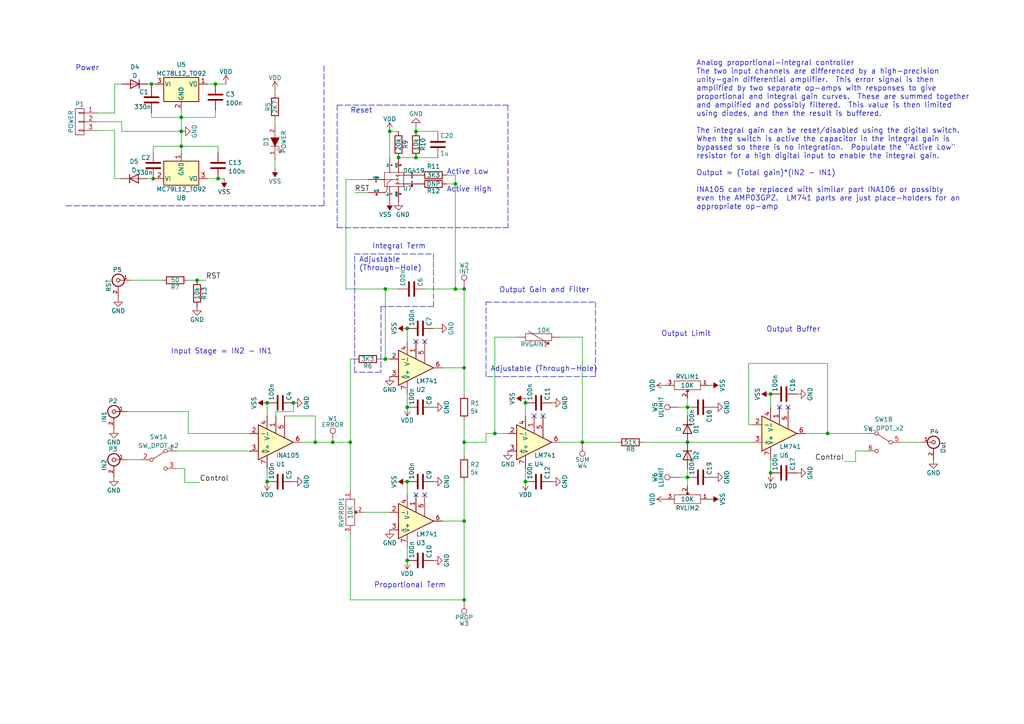
<source format=kicad_sch>
(kicad_sch (version 20211123) (generator eeschema)
  (paper "A4")
  (title_block (title "PI Contoller") (rev "0") (comment 1 "LM741 used for pinout - to be contructed with more appropriate amplifiers") (comment 2 "Quick and Dirty Controller"))
  (lib_symbols
    (symbol "Device:C" (pin_numbers hide) (pin_names (offset 0.254))
      (property "Reference" "C" (at 0.635 2.54 0))
      (property "Value" "C" (at 0.635 -2.54 0))
      (symbol "C_0_1"
        (polyline (pts (xy -2.032 -0.762) (xy 2.032 -0.762)) (stroke (width 0.508)))
        (polyline (pts (xy -2.032 0.762) (xy 2.032 0.762)) (stroke (width 0.508)))
      )
      (symbol "C_1_1"
        (pin passive line (at 0 3.81 270) (length 2.794) (name "~") (number "1"))
        (pin passive line (at 0 -3.81 90) (length 2.794) (name "~") (number "2"))
      )
    )
    (symbol "Device:D" (pin_numbers hide) (pin_names (offset 1.016) hide)
      (property "Reference" "D" (at 0 2.54 0))
      (property "Value" "D" (at 0 -2.54 0))
      (symbol "D_0_1"
        (polyline (pts (xy -1.27 1.27) (xy -1.27 -1.27)) (stroke (width 0.254)))
        (polyline (pts (xy 1.27 0) (xy -1.27 0)))
        (polyline (pts (xy 1.27 1.27) (xy 1.27 -1.27) (xy -1.27 0) (xy 1.27 1.27)) (stroke (width 0.254)))
      )
      (symbol "D_1_1"
        (pin passive line (at -3.81 0 0) (length 2.54) (name "K") (number "1"))
        (pin passive line (at 3.81 0 180) (length 2.54) (name "A") (number "2"))
      )
    )
    (symbol "Device:R" (pin_numbers hide) (pin_names (offset 0))
      (property "Reference" "R" (at 2.032 0 90))
      (property "Value" "R" (at 0 0 90))
      (symbol "R_0_1"
        (rectangle (start -1.016 -2.54) (end 1.016 2.54) (stroke (width 0.254)))
      )
      (symbol "R_1_1"
        (pin passive line (at 0 3.81 270) (length 1.27) (name "~") (number "1"))
        (pin passive line (at 0 -3.81 90) (length 1.27) (name "~") (number "2"))
      )
    )
    (symbol "LaserPID-rescue:BNC" (pin_names (offset 1.016) hide)
      (property "Reference" "P" (at 0.254 3.048 0))
      (property "Value" "BNC" (at 2.794 -1.524 90))
      (symbol "BNC_0_1"
        (circle (center 0 0) (radius 0.508) (stroke (width 0.2032)))
        (circle (center 0 0) (radius 1.778) (stroke (width 0.3048)))
      )
      (symbol "BNC_1_1"
        (pin passive line (at -3.81 0 0) (length 3.302) (name "In") (number "1"))
        (pin passive line (at 0 -5.08 90) (length 3.302) (name "Ext") (number "2"))
      )
    )
    (symbol "LaserPID-rescue:CONN_01X03" (pin_names (offset 1.016) hide)
      (property "Reference" "P" (at 0 5.08 0))
      (property "Value" "CONN_01X03" (at 2.54 0 90))
      (symbol "CONN_01X03_0_1"
        (rectangle (start -1.27 -2.413) (end 0.254 -2.667))
        (rectangle (start -1.27 0.127) (end 0.254 -0.127))
        (rectangle (start -1.27 2.667) (end 0.254 2.413))
        (rectangle (start -1.27 3.81) (end 1.27 -3.81))
      )
      (symbol "CONN_01X03_1_1"
        (pin passive line (at -5.08 2.54 0) (length 3.81) (name "P1") (number "1"))
        (pin passive line (at -5.08 0 0) (length 3.81) (name "P2") (number "2"))
        (pin passive line (at -5.08 -2.54 0) (length 3.81) (name "P3") (number "3"))
      )
    )
    (symbol "LaserPID-rescue:DG419" (pin_names (offset 0))
      (property "Reference" "U" (at 2.54 -2.54 0))
      (property "Value" "DG419" (at 2.54 2.54 0))
      (symbol "DG419_0_1"
        (rectangle (start -2.794 2.032) (end 2.794 -2.032))
        (polyline (pts (xy 0 -1.27) (xy 0 -1.27)))
        (polyline (pts (xy 2.794 -1.27) (xy 1.524 -1.27) (xy 1.524 -1.27)))
        (polyline (pts (xy -2.794 0) (xy 0.762 0) (xy 0.762 0) (xy 0.762 0)))
        (polyline (pts (xy 2.794 1.27) (xy 1.524 1.27) (xy 1.524 1.27) (xy 1.524 1.27)))
        (polyline (pts (xy -2.54 -3.81) (xy -2.032 -3.048) (xy -2.032 -1.016) (xy -0.762 0) (xy -0.762 0)))
        (polyline (pts (xy 0.508 -1.27) (xy 1.016 -0.762) (xy 1.524 -1.27) (xy 0.508 -1.27) (xy 0.508 -1.27)))
        (polyline (pts (xy 1.524 1.27) (xy 0.508 1.27) (xy 1.016 0.762) (xy 1.524 1.27) (xy 1.524 1.27) (xy 1.524 1.27)))
        (circle (center 1.016 0) (radius 0.254))
        (pin power_in line (at 1.27 -6.35 90) (length 4.318) (name "GND") (number "3"))
        (pin power_in line (at -1.27 6.35 270) (length 4.318) (name "V+") (number "4"))
        (pin power_in line (at -1.27 -6.35 90) (length 4.318) (name "V-") (number "7"))
      )
      (symbol "DG419_1_1"
        (pin passive line (at -7.62 0 0) (length 4.826) (name "COM") (number "1"))
        (pin passive line (at 7.62 1.27 180) (length 4.826) (name "B") (number "2"))
        (pin input line (at 1.27 6.35 270) (length 4.318) (name "VCC") (number "5"))
        (pin input line (at -7.62 -3.81 0) (length 5.08) (name "A/B") (number "6"))
        (pin passive line (at 7.62 -1.27 180) (length 4.826) (name "A") (number "8"))
      )
    )
    (symbol "LaserPID-rescue:LED" (pin_names (offset 1.016) hide)
      (property "Reference" "D" (at 0 2.54 0))
      (property "Value" "LED" (at 0 -2.54 0))
      (symbol "LED_0_1"
        (polyline (pts (xy -1.27 1.27) (xy -1.27 -1.27)))
        (polyline (pts (xy -2.032 -0.635) (xy -3.175 -1.651) (xy -3.048 -1.016)))
        (polyline (pts (xy -1.651 -1.016) (xy -2.794 -2.032) (xy -2.667 -1.397)))
        (polyline (pts (xy 1.27 1.27) (xy -1.27 0) (xy 1.27 -1.27)) (fill (type outline)))
      )
      (symbol "LED_1_1"
        (pin passive line (at -5.08 0 0) (length 3.81) (name "K") (number "1"))
        (pin passive line (at 5.08 0 180) (length 3.81) (name "A") (number "2"))
      )
    )
    (symbol "LaserPID-rescue:LM741"
      (property "Reference" "U" (at 0 6.35 0))
      (property "Value" "LM741" (at 0 3.81 0))
      (symbol "LM741_0_1"
        (polyline (pts (xy -5.08 5.08) (xy 5.08 0) (xy -5.08 -5.08) (xy -5.08 5.08)) (stroke (width 0.254)) (fill (type background)))
      )
      (symbol "LM741_1_1"
        (pin input line (at 0 -7.62 90) (length 5.08) (name "~") (number "1"))
        (pin input line (at -7.62 -2.54 0) (length 2.54) (name "-") (number "2"))
        (pin input line (at -7.62 2.54 0) (length 2.54) (name "+") (number "3"))
        (pin input line (at -2.54 -7.62 90) (length 3.81) (name "V-") (number "4"))
        (pin input line (at 2.54 -7.62 90) (length 6.35) (name "~") (number "5"))
        (pin output line (at 7.62 0 180) (length 2.54) (name "~") (number "6"))
        (pin input line (at -2.54 7.62 270) (length 3.81) (name "V+") (number "7"))
      )
    )
    (symbol "LaserPID-rescue:POT-RESCUE-LaserPID" (pin_names (offset 1.016) hide)
      (property "Reference" "RV" (at 0 -2.54 0))
      (property "Value" "POT-RESCUE-LaserPID" (at 0 0 0))
      (symbol "POT-RESCUE-LaserPID_0_1"
        (rectangle (start -3.81 1.27) (end 3.81 -1.27))
        (polyline (pts (xy 0 1.27) (xy -0.508 1.778) (xy 0.508 1.778)) (fill (type outline)))
      )
      (symbol "POT-RESCUE-LaserPID_1_1"
        (pin passive line (at -6.35 0 0) (length 2.54) (name "1") (number "1"))
        (pin passive line (at 0 3.81 270) (length 2.032) (name "2") (number "2"))
        (pin passive line (at 6.35 0 180) (length 2.54) (name "3") (number "3"))
      )
    )
    (symbol "LaserPID-rescue:RVAR" (pin_numbers hide) (pin_names (offset 0))
      (property "Reference" "R" (at 2.032 -1.27 90))
      (property "Value" "RVAR" (at -2.032 1.524 90))
      (symbol "RVAR_0_1"
        (rectangle (start -1.016 3.81) (end 1.016 -3.81))
        (polyline (pts (xy -1.778 -3.048) (xy 2.032 3.048)))
        (polyline (pts (xy 2.032 2.286) (xy 2.032 3.048) (xy 1.27 2.794)) (fill (type outline)))
      )
      (symbol "RVAR_1_1"
        (pin passive line (at 0 6.35 270) (length 2.54) (name "~") (number "1"))
        (pin passive line (at 0 -6.35 90) (length 2.54) (name "~") (number "2"))
      )
    )
    (symbol "LaserPID-rescue:TEST_1P" (pin_numbers hide) (pin_names (offset 0.762) hide)
      (property "Reference" "W" (at 0 6.858 0))
      (property "Value" "TEST_1P" (at 0 5.08 0))
      (symbol "TEST_1P_0_1"
        (circle (center 0 3.302) (radius 0.762))
      )
      (symbol "TEST_1P_1_1"
        (pin passive line (at 0 0 90) (length 2.54) (name "1") (number "1"))
      )
    )
    (symbol "Regulator_Linear:MC78L12_TO92" (pin_names (offset 0.254))
      (property "Reference" "U" (at -3.81 3.175 0))
      (property "Value" "MC78L12_TO92" (at 0 3.175 0))
      (symbol "MC78L12_TO92_0_1"
        (rectangle (start -5.08 -5.08) (end 5.08 1.905) (stroke (width 0.254)) (fill (type background)))
      )
      (symbol "MC78L12_TO92_1_1"
        (pin power_out line (at 7.62 0 180) (length 2.54) (name "VO") (number "1"))
        (pin power_in line (at 0 -7.62 90) (length 2.54) (name "GND") (number "2"))
        (pin power_in line (at -7.62 0 0) (length 2.54) (name "VI") (number "3"))
      )
    )
    (symbol "Switch:SW_DPDT_x2" (pin_names (offset 0) hide)
      (property "Reference" "SW" (at 0 4.318 0))
      (property "Value" "SW_DPDT_x2" (at 0 -5.08 0))
      (symbol "SW_DPDT_x2_0_0"
        (circle (center -2.032 0) (radius 0.508))
        (circle (center 2.032 -2.54) (radius 0.508))
      )
      (symbol "SW_DPDT_x2_0_1"
        (polyline (pts (xy -1.524 0.254) (xy 1.651 2.286)))
        (circle (center 2.032 2.54) (radius 0.508))
      )
      (symbol "SW_DPDT_x2_1_1"
        (pin passive line (at 5.08 2.54 180) (length 2.54) (name "A") (number "1"))
        (pin passive line (at -5.08 0 0) (length 2.54) (name "B") (number "2"))
        (pin passive line (at 5.08 -2.54 180) (length 2.54) (name "C") (number "3"))
      )
      (symbol "SW_DPDT_x2_2_1"
        (pin passive line (at 5.08 2.54 180) (length 2.54) (name "A") (number "4"))
        (pin passive line (at -5.08 0 0) (length 2.54) (name "B") (number "5"))
        (pin passive line (at 5.08 -2.54 180) (length 2.54) (name "C") (number "6"))
      )
    )
    (symbol "pi-servo-board:MC79L12_TO92" (pin_names (offset 0.254))
      (property "Reference" "U" (at -3.81 3.175 0))
      (property "Value" "MC79L12_TO92" (at 0 3.175 0))
      (symbol "MC79L12_TO92_0_1"
        (rectangle (start -5.08 -5.08) (end 5.08 1.905) (stroke (width 0.254)) (fill (type background)))
      )
      (symbol "MC79L12_TO92_1_1"
        (pin power_in line (at 0 -7.62 90) (length 2.54) (name "GND") (number "1"))
        (pin power_in line (at -7.62 0 0) (length 2.54) (name "VI") (number "2"))
        (pin power_out line (at 7.62 0 180) (length 2.54) (name "VO") (number "3"))
      )
    )
    (symbol "power:GND" (power) (pin_names (offset 0))
      (property "Value" "GND" (at 0 -3.81 0))
      (symbol "GND_0_1"
        (polyline (pts (xy 0 0) (xy 0 -1.27) (xy 1.27 -1.27) (xy 0 -2.54) (xy -1.27 -1.27) (xy 0 -1.27)))
      )
      (symbol "GND_1_1"
        (pin power_in line (at 0 0 270) (length 0) hide (name "GND") (number "1"))
      )
    )
    (symbol "power:VDD" (power) (pin_names (offset 0))
      (property "Value" "VDD" (at 0 3.81 0))
      (symbol "VDD_0_1"
        (polyline (pts (xy -0.762 1.27) (xy 0 2.54)))
        (polyline (pts (xy 0 0) (xy 0 2.54)))
        (polyline (pts (xy 0 2.54) (xy 0.762 1.27)))
      )
      (symbol "VDD_1_1"
        (pin power_in line (at 0 0 90) (length 0) hide (name "VDD") (number "1"))
      )
    )
    (symbol "power:VSS" (power) (pin_names (offset 0))
      (property "Value" "VSS" (at 0 3.81 0))
      (symbol "VSS_0_1"
        (polyline (pts (xy 0 0) (xy 0 2.54)))
        (polyline (pts (xy 0.762 1.27) (xy -0.762 1.27) (xy 0 2.54) (xy 0.762 1.27)) (fill (type outline)))
      )
      (symbol "VSS_1_1"
        (pin power_in line (at 0 0 90) (length 0) hide (name "VSS") (number "1"))
      )
    )
  )
  (junction (at 134.62 151.13))
  (junction (at 132.08 53.34))
  (junction (at 118.11 95.25))
  (junction (at 118.11 118.11))
  (junction (at 240.03 125.73))
  (junction (at 44.45 51.816))
  (junction (at 62.484 24.384))
  (junction (at 91.44 128.27))
  (junction (at 63.246 51.816))
  (junction (at 199.39 138.43))
  (junction (at 52.578 42.418))
  (junction (at 52.578 38.1))
  (junction (at 152.4 139.7))
  (junction (at 223.52 137.16))
  (junction (at 199.39 118.11))
  (junction (at 77.47 139.7))
  (junction (at 134.62 128.27))
  (junction (at 96.52 128.27))
  (junction (at 134.62 173.99))
  (junction (at 77.47 116.84))
  (junction (at 143.51 125.73))
  (junction (at 199.39 128.27))
  (junction (at 111.76 104.14))
  (junction (at 85.09 116.84))
  (junction (at 113.03 38.1))
  (junction (at 134.62 83.82))
  (junction (at 152.4 116.84))
  (junction (at 57.15 81.28))
  (junction (at 223.52 114.3))
  (junction (at 120.65 38.1))
  (junction (at 43.942 24.384))
  (junction (at 168.91 128.27))
  (junction (at 52.578 34.036))
  (junction (at 120.65 45.72))
  (junction (at 118.11 162.56))
  (junction (at 118.11 139.7))
  (junction (at 134.62 106.68))
  (junction (at 115.57 45.72))
  (junction (at 101.6 128.27))
  (junction (at 111.76 83.82))
  (junction (at 132.08 83.82))
  (no_connect (at 123.19 143.51))
  (no_connect (at 120.65 143.51))
  (no_connect (at 157.48 120.65))
  (no_connect (at 226.06 118.11))
  (no_connect (at 228.6 118.11))
  (no_connect (at 154.94 120.65))
  (no_connect (at 123.19 99.06))
  (no_connect (at 120.65 99.06))
  (wire (pts (xy 102.87 104.14) (xy 101.6 104.14)))
  (polyline (pts (xy 102.87 107.95) (xy 102.87 73.66)))
  (wire (pts (xy 118.11 162.56) (xy 118.11 158.75)))
  (wire (pts (xy 199.39 128.27) (xy 218.44 128.27)))
  (wire (pts (xy 63.246 51.816) (xy 65.024 51.816)))
  (wire (pts (xy 28.194 35.306) (xy 35.306 35.306)))
  (wire (pts (xy 79.756 34.798) (xy 79.756 36.068)))
  (wire (pts (xy 120.65 38.1) (xy 127 38.1)))
  (wire (pts (xy 199.39 140.97) (xy 199.39 138.43)))
  (wire (pts (xy 79.756 26.162) (xy 79.756 27.178)))
  (wire (pts (xy 85.09 119.38) (xy 85.09 116.84)))
  (wire (pts (xy 120.65 38.1) (xy 120.65 36.83)))
  (polyline (pts (xy 147.32 30.48) (xy 147.32 66.04)))
  (wire (pts (xy 54.61 125.73) (xy 72.39 125.73)))
  (wire (pts (xy 217.17 123.19) (xy 218.44 123.19)))
  (wire (pts (xy 248.158 130.81) (xy 248.158 133.858)))
  (wire (pts (xy 129.54 50.8) (xy 132.08 50.8)))
  (wire (pts (xy 91.44 120.65) (xy 91.44 128.27)))
  (wire (pts (xy 44.45 51.816) (xy 44.958 51.816)))
  (wire (pts (xy 143.51 97.79) (xy 143.51 125.73)))
  (wire (pts (xy 53.594 139.954) (xy 57.912 139.954)))
  (wire (pts (xy 240.03 125.73) (xy 240.03 105.41)))
  (wire (pts (xy 240.03 125.73) (xy 251.206 125.73)))
  (wire (pts (xy 33.274 24.384) (xy 33.274 32.766)))
  (wire (pts (xy 100.33 52.07) (xy 106.68 52.07)))
  (wire (pts (xy 118.11 118.11) (xy 118.11 114.3)))
  (wire (pts (xy 261.366 128.27) (xy 266.954 128.27)))
  (wire (pts (xy 44.45 44.196) (xy 44.45 42.418)))
  (wire (pts (xy 52.578 34.036) (xy 62.484 34.036)))
  (wire (pts (xy 223.52 137.16) (xy 223.52 133.35)))
  (wire (pts (xy 60.198 24.384) (xy 62.484 24.384)))
  (wire (pts (xy 28.194 37.846) (xy 33.274 37.846)))
  (polyline (pts (xy 172.72 87.63) (xy 172.72 109.22)))
  (polyline (pts (xy 125.73 88.9) (xy 110.49 88.9)))
  (wire (pts (xy 54.61 119.38) (xy 54.61 125.73)))
  (wire (pts (xy 134.62 151.13) (xy 128.27 151.13)))
  (wire (pts (xy 38.1 81.28) (xy 46.99 81.28)))
  (wire (pts (xy 199.39 118.11) (xy 199.39 120.65)))
  (wire (pts (xy 62.484 32.004) (xy 62.484 34.036)))
  (polyline (pts (xy 172.72 109.22) (xy 140.97 109.22)))
  (wire (pts (xy 42.926 24.384) (xy 43.942 24.384)))
  (wire (pts (xy 35.306 38.1) (xy 52.578 38.1)))
  (wire (pts (xy 53.594 135.89) (xy 53.594 139.954)))
  (wire (pts (xy 199.39 138.43) (xy 199.39 135.89)))
  (wire (pts (xy 52.578 42.418) (xy 63.246 42.418)))
  (wire (pts (xy 101.6 154.94) (xy 101.6 173.99)))
  (wire (pts (xy 77.47 139.7) (xy 77.47 135.89)))
  (wire (pts (xy 134.62 121.92) (xy 134.62 128.27)))
  (wire (pts (xy 79.756 46.228) (xy 79.756 48.768)))
  (wire (pts (xy 80.01 119.38) (xy 80.01 120.65)))
  (wire (pts (xy 33.274 24.384) (xy 35.306 24.384)))
  (wire (pts (xy 134.62 128.27) (xy 140.97 128.27)))
  (wire (pts (xy 28.194 32.766) (xy 33.274 32.766)))
  (wire (pts (xy 33.274 51.816) (xy 35.052 51.816)))
  (wire (pts (xy 152.4 116.84) (xy 152.4 120.65)))
  (wire (pts (xy 111.76 83.82) (xy 111.76 104.14)))
  (wire (pts (xy 57.15 81.28) (xy 59.69 81.28)))
  (wire (pts (xy 36.83 119.38) (xy 54.61 119.38)))
  (wire (pts (xy 42.672 51.816) (xy 44.45 51.816)))
  (polyline (pts (xy 140.97 109.22) (xy 140.97 87.63)))
  (wire (pts (xy 233.68 125.73) (xy 240.03 125.73)))
  (wire (pts (xy 113.03 38.1) (xy 115.57 38.1)))
  (wire (pts (xy 132.08 53.34) (xy 132.08 83.82)))
  (wire (pts (xy 251.206 130.81) (xy 248.158 130.81)))
  (wire (pts (xy 132.08 83.82) (xy 134.62 83.82)))
  (polyline (pts (xy 97.79 66.04) (xy 147.32 66.04)))
  (wire (pts (xy 118.11 99.06) (xy 118.11 95.25)))
  (wire (pts (xy 36.83 133.35) (xy 40.894 133.35)))
  (wire (pts (xy 102.87 55.88) (xy 106.68 55.88)))
  (wire (pts (xy 128.27 106.68) (xy 134.62 106.68)))
  (wire (pts (xy 52.578 38.1) (xy 52.578 42.418)))
  (polyline (pts (xy 110.49 107.95) (xy 102.87 107.95)))
  (wire (pts (xy 54.61 81.28) (xy 57.15 81.28)))
  (wire (pts (xy 52.578 42.418) (xy 52.578 44.196)))
  (wire (pts (xy 134.62 106.68) (xy 134.62 114.3)))
  (wire (pts (xy 111.76 83.82) (xy 115.57 83.82)))
  (polyline (pts (xy 97.79 30.48) (xy 97.79 66.04)))
  (wire (pts (xy 51.054 130.81) (xy 72.39 130.81)))
  (wire (pts (xy 134.62 83.82) (xy 134.62 106.68)))
  (wire (pts (xy 96.52 128.27) (xy 101.6 128.27)))
  (wire (pts (xy 80.01 119.38) (xy 85.09 119.38)))
  (wire (pts (xy 152.4 115.57) (xy 152.4 116.84)))
  (wire (pts (xy 123.19 83.82) (xy 132.08 83.82)))
  (wire (pts (xy 162.56 97.79) (xy 168.91 97.79)))
  (wire (pts (xy 100.33 83.82) (xy 111.76 83.82)))
  (wire (pts (xy 113.03 38.1) (xy 113.03 45.72)))
  (wire (pts (xy 52.578 32.004) (xy 52.578 34.036)))
  (wire (pts (xy 140.97 128.27) (xy 140.97 125.73)))
  (wire (pts (xy 199.39 115.57) (xy 199.39 118.11)))
  (wire (pts (xy 101.6 104.14) (xy 101.6 128.27)))
  (wire (pts (xy 143.51 97.79) (xy 149.86 97.79)))
  (wire (pts (xy 60.198 51.816) (xy 63.246 51.816)))
  (wire (pts (xy 240.03 105.41) (xy 217.17 105.41)))
  (wire (pts (xy 127 95.25) (xy 125.73 95.25)))
  (wire (pts (xy 52.578 34.036) (xy 52.578 38.1)))
  (wire (pts (xy 223.52 118.11) (xy 223.52 114.3)))
  (wire (pts (xy 101.6 173.99) (xy 134.62 173.99)))
  (wire (pts (xy 134.62 139.7) (xy 134.62 151.13)))
  (wire (pts (xy 100.33 83.82) (xy 100.33 52.07)))
  (polyline (pts (xy 93.98 19.05) (xy 93.98 59.69)))
  (wire (pts (xy 186.69 128.27) (xy 199.39 128.27)))
  (wire (pts (xy 115.57 45.72) (xy 120.65 45.72)))
  (wire (pts (xy 134.62 128.27) (xy 134.62 132.08)))
  (wire (pts (xy 152.4 139.7) (xy 152.4 135.89)))
  (polyline (pts (xy 102.87 73.66) (xy 125.73 73.66)))
  (wire (pts (xy 35.306 35.306) (xy 35.306 38.1)))
  (wire (pts (xy 140.97 125.73) (xy 143.51 125.73)))
  (wire (pts (xy 43.942 34.036) (xy 43.942 32.766)))
  (polyline (pts (xy 140.97 87.63) (xy 172.72 87.63)))
  (wire (pts (xy 129.54 53.34) (xy 132.08 53.34)))
  (wire (pts (xy 52.578 34.036) (xy 43.942 34.036)))
  (wire (pts (xy 217.17 105.41) (xy 217.17 123.19)))
  (wire (pts (xy 111.76 104.14) (xy 113.03 104.14)))
  (wire (pts (xy 101.6 128.27) (xy 101.6 142.24)))
  (polyline (pts (xy 97.79 30.48) (xy 147.32 30.48)))
  (wire (pts (xy 33.274 37.846) (xy 33.274 51.816)))
  (wire (pts (xy 168.91 128.27) (xy 179.07 128.27)))
  (wire (pts (xy 63.246 42.418) (xy 63.246 44.196)))
  (wire (pts (xy 87.63 128.27) (xy 91.44 128.27)))
  (wire (pts (xy 244.856 133.858) (xy 248.158 133.858)))
  (wire (pts (xy 43.942 24.384) (xy 44.958 24.384)))
  (wire (pts (xy 110.49 104.14) (xy 111.76 104.14)))
  (wire (pts (xy 199.39 118.11) (xy 196.85 118.11)))
  (wire (pts (xy 132.08 50.8) (xy 132.08 53.34)))
  (wire (pts (xy 91.44 128.27) (xy 96.52 128.27)))
  (wire (pts (xy 77.47 120.65) (xy 77.47 116.84)))
  (wire (pts (xy 44.45 42.418) (xy 52.578 42.418)))
  (wire (pts (xy 134.62 173.99) (xy 134.62 151.13)))
  (wire (pts (xy 51.054 135.89) (xy 53.594 135.89)))
  (wire (pts (xy 199.39 138.43) (xy 196.85 138.43)))
  (polyline (pts (xy 93.98 59.69) (xy 19.05 59.69)))
  (wire (pts (xy 143.51 125.73) (xy 147.32 125.73)))
  (wire (pts (xy 168.91 97.79) (xy 168.91 128.27)))
  (wire (pts (xy 62.484 24.384) (xy 65.532 24.384)))
  (wire (pts (xy 43.942 24.384) (xy 43.942 25.146)))
  (wire (pts (xy 162.56 128.27) (xy 168.91 128.27)))
  (polyline (pts (xy 110.49 88.9) (xy 110.49 107.95)))
  (wire (pts (xy 118.11 143.51) (xy 118.11 139.7)))
  (wire (pts (xy 120.65 45.72) (xy 127 45.72)))
  (wire (pts (xy 105.41 148.59) (xy 113.03 148.59)))
  (wire (pts (xy 82.55 120.65) (xy 91.44 120.65)))
  (polyline (pts (xy 125.73 73.66) (xy 125.73 88.9)))
  (text "Reset" (at 101.6 33.02 0) (effects (font (size 1.524 1.524)) (justify left bottom)))
  (text "Output Limit" (at 191.77 97.79 0) (effects (font (size 1.524 1.524)) (justify left bottom)))
  (text "Active High" (at 129.54 55.88 0) (effects (font (size 1.524 1.524)) (justify left bottom)))
  (text "Proportional Term" (at 108.458 170.688 0) (effects (font (size 1.524 1.524)) (justify left bottom)))
  (text "Input Stage = IN2 - IN1" (at 49.53 102.87 0) (effects (font (size 1.524 1.524)) (justify left bottom)))
  (text "Analog proportional-integral controller\nThe two input channels are differenced by a high-precision\nunity-gain differential amplifier.  This error signal is then\namplified by two separate op-amps with responses to give \nproportional and integral gain curves.  These are summed together\nand amplified and possibly filtered.  This value is then limited\nusing diodes, and then the result is buffered.\n\nThe integral gain can be reset/disabled using the digital switch.\nWhen the switch is active the capacitor in the integral gain is \nbypassed so there is no integration.  Populate the \"Active Low\"\nresistor for a high digital input to enable the integral gain.\n\nOutput = (Total gain)*(IN2 - IN1)\n\nINA105 can be replaced with similar part INA106 or possibly\neven the AMP03GPZ.  LM741 parts are just place-holders for an\nappropriate op-amp\n" (at 201.93 60.96 0) (effects (font (size 1.524 1.524)) (justify left bottom)))
  (text "Output Buffer" (at 222.25 96.52 0) (effects (font (size 1.524 1.524)) (justify left bottom)))
  (text "Output Gain and Filter" (at 144.78 85.09 0) (effects (font (size 1.524 1.524)) (justify left bottom)))
  (text "Power" (at 21.844 20.701 0) (effects (font (size 1.524 1.524)) (justify left bottom)))
  (text "Adjustable (Through-Hole)" (at 142.24 107.95 0) (effects (font (size 1.524 1.524)) (justify left bottom)))
  (text "Integral Term" (at 107.95 72.39 0) (effects (font (size 1.524 1.524)) (justify left bottom)))
  (text "Active Low" (at 129.54 50.8 0) (effects (font (size 1.524 1.524)) (justify left bottom)))
  (text "Adjustable\n(Through-Hole)" (at 104.14 78.74 0) (effects (font (size 1.524 1.524)) (justify left bottom)))
  (label "Control" (at 244.856 133.858 180) (effects (font (size 1.524 1.524))))
  (label "Control" (at 57.912 139.954 0) (effects (font (size 1.524 1.524))))
  (label "RST" (at 102.87 55.88 0) (effects (font (size 1.524 1.524))))
  (label "RST" (at 59.69 81.28 0) (effects (font (size 1.524 1.524))))
  (symbol (lib_id "LaserPID-rescue:BNC") (at 33.02 119.38 0) (mirror y) (unit 1)
    (property "Reference" "P2" (at 32.766 116.332 0))
    (property "Value" "IN1" (at 30.226 120.904 90))
    (property "Footprint" "Connector_Coaxial:BNC_Amphenol_B6252HB-NPP3G-50_Horizontal" (effects hide))
    (property "Digikey Part Number" "ARF1690-ND" (effects hide))
  )
  (symbol (lib_id "LaserPID-rescue:BNC") (at 33.02 133.35 0) (mirror y) (unit 1)
    (property "Reference" "P3" (at 32.766 130.302 0))
    (property "Value" "IN2" (at 30.226 134.874 90))
    (property "Footprint" "Connector_Coaxial:BNC_Amphenol_B6252HB-NPP3G-50_Horizontal" (effects hide))
    (property "Digikey Part Number" "ARF1690-ND" (effects hide))
  )
  (symbol (lib_id "LaserPID-rescue:BNC") (at 270.764 128.27 0) (unit 1)
    (property "Reference" "P4" (at 271.018 125.222 0))
    (property "Value" "Out" (at 273.558 129.794 90))
    (property "Footprint" "Connector_Coaxial:BNC_Amphenol_B6252HB-NPP3G-50_Horizontal" (effects hide))
    (property "Digikey Part Number" "ARF1690-ND" (effects hide))
  )
  (symbol (lib_id "LaserPID-rescue:CONN_01X03") (at 23.114 35.306 0) (mirror y) (unit 1)
    (property "Reference" "P1" (at 23.114 30.226 0))
    (property "Value" "POWER" (at 20.574 35.306 90))
    (property "Footprint" "TerminalBlock:TerminalBlock_bornier-3_P5.08mm" (effects hide))
    (property "Digikey Part Number" "2057-EBBA-03-C-SS-BU-ND" (effects hide))
  )
  (symbol (lib_id "power:GND") (at 33.02 138.43 0) (unit 1)
    (property "Reference" "#PWR04" (effects hide))
    (property "Value" "GND" (at 33.02 142.24 0))
  )
  (symbol (lib_id "power:GND") (at 33.02 124.46 0) (unit 1)
    (property "Reference" "#PWR05" (effects hide))
    (property "Value" "GND" (at 33.02 128.27 0))
  )
  (symbol (lib_id "LaserPID-rescue:LM741") (at 80.01 128.27 0) (mirror x) (unit 1)
    (property "Reference" "U1" (at 80.01 134.62 0) (effects (justify left)))
    (property "Value" "INA105" (at 80.01 132.08 0) (effects (justify left)))
    (property "Footprint" "Package_DIP:DIP-8_W7.62mm_Socket" (effects hide))
    (property "Digikey Part Number" "AMP03GPZ-ND" (effects hide))
  )
  (symbol (lib_id "Device:C") (at 81.28 116.84 270) (mirror x) (unit 1)
    (property "Reference" "C4" (at 83.82 116.205 0) (effects (justify left)))
    (property "Value" "100n" (at 78.74 116.205 0) (effects (justify left)))
    (property "Footprint" "Capacitor_SMD:C_1206_3216Metric_Pad1.33x1.80mm_HandSolder" (effects hide))
    (property "Digikey Part Number" "478-1556-1-ND" (effects hide))
  )
  (symbol (lib_id "Device:C") (at 81.28 139.7 270) (mirror x) (unit 1)
    (property "Reference" "C5" (at 83.82 139.065 0) (effects (justify left)))
    (property "Value" "100n" (at 78.74 139.065 0) (effects (justify left)))
    (property "Footprint" "Capacitor_SMD:C_1206_3216Metric_Pad1.33x1.80mm_HandSolder" (effects hide))
    (property "Digikey Part Number" "478-1556-1-ND" (effects hide))
  )
  (symbol (lib_id "power:VSS") (at 77.47 116.84 90) (mirror x) (unit 1)
    (property "Reference" "#PWR07" (effects hide))
    (property "Value" "VSS" (at 73.66 116.84 0))
  )
  (symbol (lib_id "power:GND") (at 85.09 116.84 90) (mirror x) (unit 1)
    (property "Reference" "#PWR08" (effects hide))
    (property "Value" "GND" (at 88.9 116.84 0))
  )
  (symbol (lib_id "power:GND") (at 85.09 139.7 90) (mirror x) (unit 1)
    (property "Reference" "#PWR09" (effects hide))
    (property "Value" "GND" (at 88.9 139.7 0))
  )
  (symbol (lib_id "LaserPID-rescue:LM741") (at 120.65 106.68 0) (mirror x) (unit 1)
    (property "Reference" "U2" (at 120.65 113.03 0) (effects (justify left)))
    (property "Value" "LM741" (at 120.65 110.49 0) (effects (justify left)))
    (property "Footprint" "Package_DIP:DIP-8_W7.62mm_Socket" (effects hide))
    (property "Digikey Part Number" "296-34251-5-ND" (effects hide))
  )
  (symbol (lib_id "Device:C") (at 121.92 95.25 270) (mirror x) (unit 1)
    (property "Reference" "C7" (at 124.46 94.615 0) (effects (justify left)))
    (property "Value" "100n" (at 119.38 94.615 0) (effects (justify left)))
    (property "Footprint" "Capacitor_SMD:C_1206_3216Metric_Pad1.33x1.80mm_HandSolder" (effects hide))
    (property "Digikey Part Number" "478-1556-1-ND" (effects hide))
  )
  (symbol (lib_id "Device:C") (at 121.92 118.11 270) (mirror x) (unit 1)
    (property "Reference" "C8" (at 124.46 117.475 0) (effects (justify left)))
    (property "Value" "100n" (at 119.38 117.475 0) (effects (justify left)))
    (property "Footprint" "Capacitor_SMD:C_1206_3216Metric_Pad1.33x1.80mm_HandSolder" (effects hide))
    (property "Digikey Part Number" "478-1556-1-ND" (effects hide))
  )
  (symbol (lib_id "power:VSS") (at 118.11 95.25 90) (mirror x) (unit 1)
    (property "Reference" "#PWR012" (effects hide))
    (property "Value" "VSS" (at 114.3 95.25 0))
  )
  (symbol (lib_id "power:GND") (at 127 95.25 90) (mirror x) (unit 1)
    (property "Reference" "#PWR013" (effects hide))
    (property "Value" "GND" (at 130.81 95.25 0))
  )
  (symbol (lib_id "power:GND") (at 125.73 118.11 90) (mirror x) (unit 1)
    (property "Reference" "#PWR014" (effects hide))
    (property "Value" "GND" (at 129.54 118.11 0))
  )
  (symbol (lib_id "LaserPID-rescue:LM741") (at 120.65 151.13 0) (mirror x) (unit 1)
    (property "Reference" "U3" (at 120.65 157.48 0) (effects (justify left)))
    (property "Value" "LM741" (at 120.65 154.94 0) (effects (justify left)))
    (property "Footprint" "Package_DIP:DIP-8_W7.62mm_Socket" (effects hide))
    (property "Digikey Part Number" "296-34251-5-ND" (effects hide))
  )
  (symbol (lib_id "Device:C") (at 121.92 139.7 270) (mirror x) (unit 1)
    (property "Reference" "C9" (at 124.46 139.065 0) (effects (justify left)))
    (property "Value" "100n" (at 119.38 139.065 0) (effects (justify left)))
    (property "Footprint" "Capacitor_SMD:C_1206_3216Metric_Pad1.33x1.80mm_HandSolder" (effects hide))
    (property "Digikey Part Number" "478-1556-1-ND" (effects hide))
  )
  (symbol (lib_id "Device:C") (at 121.92 162.56 270) (mirror x) (unit 1)
    (property "Reference" "C10" (at 124.46 161.925 0) (effects (justify left)))
    (property "Value" "100n" (at 119.38 161.925 0) (effects (justify left)))
    (property "Footprint" "Capacitor_SMD:C_1206_3216Metric_Pad1.33x1.80mm_HandSolder" (effects hide))
    (property "Digikey Part Number" "478-1556-1-ND" (effects hide))
  )
  (symbol (lib_id "power:VSS") (at 118.11 139.7 90) (mirror x) (unit 1)
    (property "Reference" "#PWR016" (effects hide))
    (property "Value" "VSS" (at 114.3 139.7 0))
  )
  (symbol (lib_id "power:GND") (at 125.73 139.7 90) (mirror x) (unit 1)
    (property "Reference" "#PWR017" (effects hide))
    (property "Value" "GND" (at 129.54 139.7 0))
  )
  (symbol (lib_id "power:GND") (at 125.73 162.56 90) (mirror x) (unit 1)
    (property "Reference" "#PWR018" (effects hide))
    (property "Value" "GND" (at 129.54 162.56 0))
  )
  (symbol (lib_id "LaserPID-rescue:POT-RESCUE-LaserPID") (at 199.39 111.76 180) (unit 1)
    (property "Reference" "RVLIM1" (at 199.39 109.22 0))
    (property "Value" "10K" (at 199.39 111.76 0))
    (property "Footprint" "Potentiometer_THT:Potentiometer_Bourns_3296W_Vertical" (effects hide))
    (property "Digikey Part Number" "3296W-103LF-ND" (effects hide))
  )
  (symbol (lib_id "Device:R") (at 182.88 128.27 270) (unit 1)
    (property "Reference" "R8" (at 182.88 130.302 90))
    (property "Value" "51K" (at 182.88 128.27 90))
    (property "Footprint" "Resistor_SMD:R_1206_3216Metric_Pad1.30x1.75mm_HandSolder" (effects hide))
    (property "Digikey Part Number" "RMCF1206JT51K0CT-ND" (effects hide))
  )
  (symbol (lib_id "Device:D") (at 199.39 124.46 270) (unit 1)
    (property "Reference" "D1" (at 201.93 124.46 0))
    (property "Value" "D" (at 196.85 124.46 0))
    (property "Footprint" "Diode_THT:D_DO-35_SOD27_P7.62mm_Horizontal" (effects hide))
    (property "Digikey Part Number" "1N4148FSCT-ND" (effects hide))
  )
  (symbol (lib_id "LaserPID-rescue:LM741") (at 154.94 128.27 0) (mirror x) (unit 1)
    (property "Reference" "U4" (at 154.94 134.62 0) (effects (justify left)))
    (property "Value" "LM741" (at 154.94 132.08 0) (effects (justify left)))
    (property "Footprint" "Package_DIP:DIP-8_W7.62mm_Socket" (effects hide))
    (property "Digikey Part Number" "296-34251-5-ND" (effects hide))
  )
  (symbol (lib_id "Device:C") (at 156.21 116.84 270) (mirror x) (unit 1)
    (property "Reference" "C11" (at 158.75 116.205 0) (effects (justify left)))
    (property "Value" "100n" (at 153.67 116.205 0) (effects (justify left)))
    (property "Footprint" "Capacitor_SMD:C_1206_3216Metric_Pad1.33x1.80mm_HandSolder" (effects hide))
    (property "Digikey Part Number" "478-1556-1-ND" (effects hide))
  )
  (symbol (lib_id "Device:C") (at 156.21 139.7 270) (mirror x) (unit 1)
    (property "Reference" "C12" (at 158.75 139.065 0) (effects (justify left)))
    (property "Value" "100n" (at 153.67 139.065 0) (effects (justify left)))
    (property "Footprint" "Capacitor_SMD:C_1206_3216Metric_Pad1.33x1.80mm_HandSolder" (effects hide))
    (property "Digikey Part Number" "478-1556-1-ND" (effects hide))
  )
  (symbol (lib_id "power:VSS") (at 152.4 115.57 90) (mirror x) (unit 1)
    (property "Reference" "#PWR020" (effects hide))
    (property "Value" "VSS" (at 148.59 115.57 0))
  )
  (symbol (lib_id "power:GND") (at 160.02 116.84 90) (mirror x) (unit 1)
    (property "Reference" "#PWR021" (effects hide))
    (property "Value" "GND" (at 163.83 116.84 0))
  )
  (symbol (lib_id "power:GND") (at 160.02 139.7 90) (mirror x) (unit 1)
    (property "Reference" "#PWR022" (effects hide))
    (property "Value" "GND" (at 163.83 139.7 0))
  )
  (symbol (lib_id "LaserPID-rescue:LM741") (at 226.06 125.73 0) (mirror x) (unit 1)
    (property "Reference" "U6" (at 226.06 132.08 0) (effects (justify left)))
    (property "Value" "LM741" (at 226.06 129.54 0) (effects (justify left)))
    (property "Footprint" "Package_DIP:DIP-8_W7.62mm_Socket" (effects hide))
    (property "Digikey Part Number" "296-34251-5-ND" (effects hide))
  )
  (symbol (lib_id "Device:C") (at 227.33 114.3 270) (mirror x) (unit 1)
    (property "Reference" "C16" (at 229.87 113.665 0) (effects (justify left)))
    (property "Value" "100n" (at 224.79 113.665 0) (effects (justify left)))
    (property "Footprint" "Capacitor_SMD:C_1206_3216Metric_Pad1.33x1.80mm_HandSolder" (effects hide))
    (property "Digikey Part Number" "478-1556-1-ND" (effects hide))
  )
  (symbol (lib_id "Device:C") (at 227.33 137.16 270) (mirror x) (unit 1)
    (property "Reference" "C17" (at 229.87 136.525 0) (effects (justify left)))
    (property "Value" "100n" (at 224.79 136.525 0) (effects (justify left)))
    (property "Footprint" "Capacitor_SMD:C_1206_3216Metric_Pad1.33x1.80mm_HandSolder" (effects hide))
    (property "Digikey Part Number" "478-1556-1-ND" (effects hide))
  )
  (symbol (lib_id "power:VSS") (at 223.52 114.3 90) (mirror x) (unit 1)
    (property "Reference" "#PWR027" (effects hide))
    (property "Value" "VSS" (at 219.71 114.3 0))
  )
  (symbol (lib_id "power:GND") (at 231.14 114.3 90) (mirror x) (unit 1)
    (property "Reference" "#PWR028" (effects hide))
    (property "Value" "GND" (at 234.95 114.3 0))
  )
  (symbol (lib_id "power:GND") (at 231.14 137.16 90) (mirror x) (unit 1)
    (property "Reference" "#PWR029" (effects hide))
    (property "Value" "GND" (at 234.95 137.16 0))
  )
  (symbol (lib_id "Device:R") (at 106.68 104.14 270) (unit 1)
    (property "Reference" "R6" (at 106.68 106.172 90))
    (property "Value" "3K3" (at 106.68 104.14 90))
    (property "Footprint" "pi-servo-board:R_Universal_L13.0mm_W4.0mm_P9.00mm" (effects hide))
    (property "Digikey Part Number" "RMCF1206JT3K30CT-ND" (effects hide))
  )
  (symbol (lib_id "LaserPID-rescue:POT-RESCUE-LaserPID") (at 101.6 148.59 270) (unit 1)
    (property "Reference" "RVPROP1" (at 99.06 148.59 0))
    (property "Value" "10K" (at 101.6 148.59 0))
    (property "Footprint" "Potentiometer_THT:Potentiometer_Bourns_3296W_Vertical" (effects hide))
    (property "Digikey Part Number" "3296W-103LF-ND" (effects hide))
  )
  (symbol (lib_id "Device:C") (at 119.38 83.82 270) (mirror x) (unit 1)
    (property "Reference" "C6" (at 121.92 83.185 0) (effects (justify left)))
    (property "Value" "100n" (at 116.84 83.185 0) (effects (justify left)))
    (property "Footprint" "pi-servo-board:R_Universal_L13.0mm_W4.0mm_P9.00mm" (effects hide))
  )
  (symbol (lib_id "power:GND") (at 113.03 153.67 0) (unit 1)
    (property "Reference" "#PWR030" (effects hide))
    (property "Value" "GND" (at 113.03 157.48 0))
  )
  (symbol (lib_id "power:GND") (at 113.03 109.22 0) (unit 1)
    (property "Reference" "#PWR031" (effects hide))
    (property "Value" "GND" (at 113.03 113.03 0))
  )
  (symbol (lib_id "power:GND") (at 147.32 130.81 0) (unit 1)
    (property "Reference" "#PWR032" (effects hide))
    (property "Value" "GND" (at 147.32 134.62 0))
  )
  (symbol (lib_id "LaserPID-rescue:TEST_1P") (at 96.52 128.27 0) (unit 1)
    (property "Reference" "W1" (at 96.52 121.412 0))
    (property "Value" "ERROR" (at 96.52 123.19 0))
    (property "Footprint" "TestPoint:TestPoint_THTPad_D1.0mm_Drill0.5mm" (effects hide))
  )
  (symbol (lib_id "LaserPID-rescue:TEST_1P") (at 134.62 83.82 0) (unit 1)
    (property "Reference" "W2" (at 134.62 76.962 0))
    (property "Value" "INT" (at 134.62 78.74 0))
    (property "Footprint" "TestPoint:TestPoint_THTPad_D1.0mm_Drill0.5mm" (effects hide))
  )
  (symbol (lib_id "LaserPID-rescue:TEST_1P") (at 134.62 173.99 180) (unit 1)
    (property "Reference" "W3" (at 134.62 180.848 0))
    (property "Value" "PROP" (at 134.62 179.07 0))
    (property "Footprint" "TestPoint:TestPoint_THTPad_D1.0mm_Drill0.5mm" (effects hide))
  )
  (symbol (lib_id "power:GND") (at 270.764 133.35 0) (unit 1)
    (property "Reference" "#PWR034" (effects hide))
    (property "Value" "GND" (at 270.764 137.16 0))
  )
  (symbol (lib_id "LaserPID-rescue:TEST_1P") (at 168.91 128.27 180) (unit 1)
    (property "Reference" "W4" (at 168.91 135.128 0))
    (property "Value" "SUM" (at 168.91 133.35 0))
    (property "Footprint" "TestPoint:TestPoint_THTPad_D1.0mm_Drill0.5mm" (effects hide))
  )
  (symbol (lib_id "LaserPID-rescue:TEST_1P") (at 196.85 118.11 90) (unit 1)
    (property "Reference" "W5" (at 189.992 118.11 0))
    (property "Value" "ULIMIT" (at 191.77 118.11 0))
    (property "Footprint" "TestPoint:TestPoint_THTPad_D1.0mm_Drill0.5mm" (effects hide))
  )
  (symbol (lib_id "Device:R") (at 79.756 30.988 180) (unit 1)
    (property "Reference" "R5" (at 77.724 30.988 90))
    (property "Value" "2K7" (at 79.756 30.988 90))
    (property "Footprint" "Resistor_SMD:R_1206_3216Metric_Pad1.30x1.75mm_HandSolder" (effects hide))
    (property "Digikey Part Number" "RMCF1206JT2K70CT-ND" (effects hide))
  )
  (symbol (lib_id "LaserPID-rescue:LED") (at 79.756 41.148 90) (unit 1)
    (property "Reference" "D3" (at 77.216 41.148 0))
    (property "Value" "POWER" (at 82.296 41.148 0))
    (property "Footprint" "LED_THT:LED_D3.0mm" (effects hide))
    (property "Digikey Part Number" "732-5008-ND" (effects hide))
  )
  (symbol (lib_id "power:VSS") (at 65.024 51.816 180) (unit 1)
    (property "Reference" "#PWR037" (effects hide))
    (property "Value" "VSS" (at 65.024 55.626 0))
  )
  (symbol (lib_id "LaserPID-rescue:RVAR") (at 156.21 97.79 270) (unit 1)
    (property "Reference" "RVGAIN1" (at 154.94 99.822 90))
    (property "Value" "10K" (at 157.734 95.758 90))
    (property "Footprint" "Potentiometer_THT:Potentiometer_Bourns_3296W_Vertical" (effects hide))
    (property "Digikey Part Number" "3296W-103LF-ND" (effects hide))
  )
  (symbol (lib_id "Device:C") (at 203.2 118.11 270) (unit 1)
    (property "Reference" "C18" (at 205.74 118.745 0) (effects (justify left)))
    (property "Value" "100n" (at 200.66 118.745 0) (effects (justify left)))
    (property "Footprint" "Capacitor_SMD:C_1206_3216Metric_Pad1.33x1.80mm_HandSolder" (effects hide))
    (property "Digikey Part Number" "478-1556-1-ND" (effects hide))
  )
  (symbol (lib_id "power:GND") (at 207.01 118.11 90) (unit 1)
    (property "Reference" "#PWR040" (effects hide))
    (property "Value" "GND" (at 210.82 118.11 0))
  )
  (symbol (lib_id "power:VSS") (at 205.74 111.76 270) (unit 1)
    (property "Reference" "#PWR041" (effects hide))
    (property "Value" "VSS" (at 209.55 111.76 0))
  )
  (symbol (lib_id "LaserPID-rescue:POT-RESCUE-LaserPID") (at 199.39 144.78 0) (mirror y) (unit 1)
    (property "Reference" "RVLIM2" (at 199.39 147.32 0))
    (property "Value" "10K" (at 199.39 144.78 0))
    (property "Footprint" "Potentiometer_THT:Potentiometer_Bourns_3296W_Vertical" (effects hide))
    (property "Digikey Part Number" "3296W-103LF-ND" (effects hide))
  )
  (symbol (lib_id "Device:D") (at 199.39 132.08 270) (unit 1)
    (property "Reference" "D2" (at 201.93 132.08 0))
    (property "Value" "D" (at 196.85 132.08 0))
    (property "Footprint" "Diode_THT:D_DO-35_SOD27_P7.62mm_Horizontal" (effects hide))
    (property "Digikey Part Number" "1N4148FSCT-ND" (effects hide))
  )
  (symbol (lib_id "LaserPID-rescue:TEST_1P") (at 196.85 138.43 90) (mirror x) (unit 1)
    (property "Reference" "W6" (at 189.992 138.43 0))
    (property "Value" "LLIMIT" (at 191.77 138.43 0))
    (property "Footprint" "TestPoint:TestPoint_THTPad_D1.0mm_Drill0.5mm" (effects hide))
  )
  (symbol (lib_id "Device:C") (at 203.2 138.43 270) (mirror x) (unit 1)
    (property "Reference" "C19" (at 205.74 137.795 0) (effects (justify left)))
    (property "Value" "100n" (at 200.66 137.795 0) (effects (justify left)))
    (property "Footprint" "Capacitor_SMD:C_1206_3216Metric_Pad1.33x1.80mm_HandSolder" (effects hide))
    (property "Digikey Part Number" "478-1556-1-ND" (effects hide))
  )
  (symbol (lib_id "power:GND") (at 207.01 138.43 90) (mirror x) (unit 1)
    (property "Reference" "#PWR043" (effects hide))
    (property "Value" "GND" (at 210.82 138.43 0))
  )
  (symbol (lib_id "power:VSS") (at 205.74 144.78 270) (mirror x) (unit 1)
    (property "Reference" "#PWR044" (effects hide))
    (property "Value" "VSS" (at 209.55 144.78 0))
  )
  (symbol (lib_id "LaserPID-rescue:BNC") (at 34.29 81.28 0) (mirror y) (unit 1)
    (property "Reference" "P5" (at 34.036 78.232 0))
    (property "Value" "RST" (at 31.496 82.804 90))
    (property "Footprint" "Connector_Coaxial:BNC_Amphenol_B6252HB-NPP3G-50_Horizontal" (effects hide))
    (property "Digikey Part Number" "ARF1690-ND" (effects hide))
  )
  (symbol (lib_id "LaserPID-rescue:DG419") (at 114.3 52.07 0) (unit 1)
    (property "Reference" "U7" (at 116.84 54.61 0) (effects (justify left)))
    (property "Value" "DG419" (at 116.84 49.53 0) (effects (justify left)))
    (property "Footprint" "Package_SO:SOIC-8_3.9x4.9mm_P1.27mm" (effects hide))
    (property "Digikey Part Number" "DG469EY-T1-E3CT-ND" (effects hide))
  )
  (symbol (lib_id "power:GND") (at 115.57 58.42 0) (unit 1)
    (property "Reference" "#PWR045" (effects hide))
    (property "Value" "GND" (at 116.84 62.23 0))
  )
  (symbol (lib_id "power:VSS") (at 113.03 58.42 180) (unit 1)
    (property "Reference" "#PWR046" (effects hide))
    (property "Value" "VSS" (at 111.76 62.23 0))
  )
  (symbol (lib_id "Device:R") (at 115.57 41.91 0) (unit 1)
    (property "Reference" "R9" (at 117.602 41.91 90))
    (property "Value" "20k" (at 115.57 41.91 90))
    (property "Footprint" "Resistor_SMD:R_1206_3216Metric_Pad1.30x1.75mm_HandSolder" (effects hide))
    (property "Digikey Part Number" "RMCF1206JT20K0CT-ND" (effects hide))
  )
  (symbol (lib_id "Device:R") (at 120.65 41.91 0) (unit 1)
    (property "Reference" "R10" (at 122.682 41.91 90))
    (property "Value" "10k" (at 120.65 41.91 90))
    (property "Footprint" "Resistor_SMD:R_1206_3216Metric_Pad1.30x1.75mm_HandSolder" (effects hide))
    (property "Digikey Part Number" "RMCF1206JT10K0CT-ND" (effects hide))
  )
  (symbol (lib_id "Device:C") (at 127 41.91 0) (unit 1)
    (property "Reference" "C20" (at 127.635 39.37 0) (effects (justify left)))
    (property "Value" "1u" (at 127.635 44.45 0) (effects (justify left)))
    (property "Footprint" "Capacitor_SMD:C_1206_3216Metric_Pad1.33x1.80mm_HandSolder" (effects hide))
    (property "Digikey Part Number" "1276-2747-1-ND‎" (effects hide))
  )
  (symbol (lib_id "power:GND") (at 34.29 86.36 0) (unit 1)
    (property "Reference" "#PWR048" (effects hide))
    (property "Value" "GND" (at 34.29 90.17 0))
  )
  (symbol (lib_id "Device:R") (at 125.73 53.34 270) (unit 1)
    (property "Reference" "R12" (at 125.73 55.372 90))
    (property "Value" "DNP" (at 125.73 53.34 90))
    (property "Footprint" "Resistor_SMD:R_1206_3216Metric_Pad1.30x1.75mm_HandSolder" (effects hide))
  )
  (symbol (lib_id "Device:R") (at 125.73 50.8 270) (unit 1)
    (property "Reference" "R11" (at 125.73 48.26 90))
    (property "Value" "3K3" (at 125.73 50.8 90))
    (property "Footprint" "Resistor_SMD:R_1206_3216Metric_Pad1.30x1.75mm_HandSolder" (effects hide))
    (property "Digikey Part Number" "RMCF1206JT3K30CT-ND" (effects hide))
  )
  (symbol (lib_id "Device:R") (at 50.8 81.28 270) (unit 1)
    (property "Reference" "R7" (at 50.8 83.312 90))
    (property "Value" "50" (at 50.8 81.28 90))
    (property "Footprint" "Resistor_SMD:R_1206_3216Metric_Pad1.30x1.75mm_HandSolder" (effects hide))
    (property "Digikey Part Number" "541-2477-1-ND" (effects hide))
  )
  (symbol (lib_id "power:GND") (at 120.65 36.83 180) (unit 1)
    (property "Reference" "#PWR049" (effects hide))
    (property "Value" "GND" (at 120.65 33.02 0))
  )
  (symbol (lib_id "Device:R") (at 57.15 85.09 0) (unit 1)
    (property "Reference" "R13" (at 59.182 85.09 90))
    (property "Value" "10k" (at 57.15 85.09 90))
    (property "Footprint" "Resistor_SMD:R_1206_3216Metric_Pad1.30x1.75mm_HandSolder" (effects hide))
    (property "Digikey Part Number" "RMCF1206JT10K0CT-ND" (effects hide))
  )
  (symbol (lib_id "power:GND") (at 57.15 88.9 0) (unit 1)
    (property "Reference" "#PWR050" (effects hide))
    (property "Value" "GND" (at 57.15 92.71 0))
  )
  (symbol (lib_id "Device:R") (at 134.62 118.11 0) (unit 1)
    (property "Reference" "R1" (at 136.398 116.9416 0) (effects (justify left)))
    (property "Value" "5k" (at 136.398 119.253 0) (effects (justify left)))
    (property "Footprint" "Resistor_SMD:R_1206_3216Metric_Pad1.30x1.75mm_HandSolder" (effects hide))
    (property "Digikey Part Number" "YAG5090CT-ND" (effects hide))
  )
  (symbol (lib_id "Device:R") (at 134.62 135.89 0) (unit 1)
    (property "Reference" "R2" (at 136.398 134.7216 0) (effects (justify left)))
    (property "Value" "5k" (at 136.398 137.033 0) (effects (justify left)))
    (property "Footprint" "Resistor_SMD:R_1206_3216Metric_Pad1.30x1.75mm_HandSolder" (effects hide))
    (property "Digikey Part Number" "YAG5090CT-ND" (effects hide))
  )
  (symbol (lib_id "Device:D") (at 38.862 51.816 0) (unit 1)
    (property "Reference" "D5" (at 38.862 46.8462 0))
    (property "Value" "D" (at 38.862 49.3831 0))
    (property "Footprint" "Diode_SMD:D_1206_3216Metric_Pad1.42x1.75mm_HandSolder" (effects hide))
    (property "Digikey Part Number" "478-7806-1-ND" (effects hide))
  )
  (symbol (lib_id "power:VDD") (at 193.04 111.76 90) (unit 1)
    (property "Reference" "#PWR0113" (effects hide))
    (property "Value" "VDD" (at 189.23 109.855 0) (effects (justify right)))
  )
  (symbol (lib_id "power:VDD") (at 79.756 26.162 0) (unit 1)
    (property "Reference" "#PWR0107" (effects hide))
    (property "Value" "VDD" (at 79.756 22.5862 0))
  )
  (symbol (lib_id "Device:C") (at 43.942 28.956 0) (unit 1)
    (property "Reference" "C1" (at 40.386 26.67 0) (effects (justify left)))
    (property "Value" "330n" (at 38.862 30.988 0) (effects (justify left)))
    (property "Footprint" "Capacitor_SMD:C_1206_3216Metric_Pad1.33x1.80mm_HandSolder" (effects hide))
    (property "Digikey Part Number" "4713-GMC31X7R334K50NTCT-ND" (effects hide))
  )
  (symbol (lib_id "power:VDD") (at 193.04 144.78 90) (unit 1)
    (property "Reference" "#PWR0112" (effects hide))
    (property "Value" "VDD" (at 189.23 142.875 0) (effects (justify right)))
  )
  (symbol (lib_id "Switch:SW_DPDT_x2") (at 256.286 128.27 0) (mirror y) (unit 2)
    (property "Reference" "SW1" (at 256.286 121.6492 0))
    (property "Value" "SW_DPDT_x2" (at 256.286 124.1861 0))
    (property "Footprint" "pi-servo-board:DPDT_SW_ADAM_TECH" (effects hide))
    (property "Digikey Part Number" "2057-SW-T3-4B-A-A3-S2-ND" (effects hide))
  )
  (symbol (lib_id "Device:C") (at 63.246 48.006 0) (unit 1)
    (property "Reference" "C13" (at 66.167 47.1713 0) (effects (justify left)))
    (property "Value" "100n" (at 66.167 49.7082 0) (effects (justify left)))
    (property "Footprint" "Capacitor_SMD:C_1206_3216Metric_Pad1.33x1.80mm_HandSolder" (effects hide))
    (property "Digikey Part Number" "478-1556-1-ND" (effects hide))
  )
  (symbol (lib_id "power:VSS") (at 79.756 48.768 180) (unit 1)
    (property "Reference" "#PWR0105" (effects hide))
    (property "Value" "VSS" (at 79.756 52.578 0))
  )
  (symbol (lib_id "power:VDD") (at 118.11 162.56 180) (unit 1)
    (property "Reference" "#PWR0111" (effects hide))
    (property "Value" "VDD" (at 116.205 166.37 0) (effects (justify right)))
  )
  (symbol (lib_id "power:VDD") (at 77.47 139.7 180) (unit 1)
    (property "Reference" "#PWR0103" (effects hide))
    (property "Value" "VDD" (at 75.565 143.51 0) (effects (justify right)))
  )
  (symbol (lib_id "power:VDD") (at 113.03 38.1 0) (unit 1)
    (property "Reference" "#PWR0104" (effects hide))
    (property "Value" "VDD" (at 113.03 34.5242 0))
  )
  (symbol (lib_id "power:VDD") (at 223.52 137.16 180) (unit 1)
    (property "Reference" "#PWR0110" (effects hide))
    (property "Value" "VDD" (at 221.615 140.97 0) (effects (justify right)))
  )
  (symbol (lib_id "Device:C") (at 62.484 28.194 0) (unit 1)
    (property "Reference" "C3" (at 65.405 27.3593 0) (effects (justify left)))
    (property "Value" "100n" (at 65.405 29.8962 0) (effects (justify left)))
    (property "Footprint" "Capacitor_SMD:C_1206_3216Metric_Pad1.33x1.80mm_HandSolder" (effects hide))
    (property "Digikey Part Number" "478-1556-1-ND" (effects hide))
  )
  (symbol (lib_id "power:VDD") (at 118.11 118.11 180) (unit 1)
    (property "Reference" "#PWR0102" (effects hide))
    (property "Value" "VDD" (at 116.205 121.92 0) (effects (justify right)))
  )
  (symbol (lib_id "Device:D") (at 39.116 24.384 180) (unit 1)
    (property "Reference" "D4" (at 39.116 19.4142 0))
    (property "Value" "D" (at 39.116 21.9511 0))
    (property "Footprint" "Diode_SMD:D_1206_3216Metric_Pad1.42x1.75mm_HandSolder" (effects hide))
    (property "Digikey Part Number" "478-7806-1-ND" (effects hide))
  )
  (symbol (lib_id "pi-servo-board:MC79L12_TO92") (at 52.578 51.816 0) (mirror x) (unit 1)
    (property "Reference" "U8" (at 52.578 57.4208 0))
    (property "Value" "MC79L12_TO92" (at 52.578 54.8839 0))
    (property "Footprint" "Package_TO_SOT_THT:TO-92_Inline" (effects hide))
    (property "Datasheet" "https://www.onsemi.com/pub/Collateral/MC78L00A-D.PDF" (effects hide))
    (property "Digikey Part Number" "MC79L12ACPGOS-ND" (effects hide))
  )
  (symbol (lib_id "power:GND") (at 52.578 38.1 90) (mirror x) (unit 1)
    (property "Reference" "#PWR0106" (effects hide))
    (property "Value" "GND" (at 56.388 38.1 0))
  )
  (symbol (lib_id "Device:C") (at 44.45 48.006 0) (unit 1)
    (property "Reference" "C2" (at 40.894 45.72 0) (effects (justify left)))
    (property "Value" "330n" (at 39.37 50.038 0) (effects (justify left)))
    (property "Footprint" "Capacitor_SMD:C_1206_3216Metric_Pad1.33x1.80mm_HandSolder" (effects hide))
    (property "Digikey Part Number" "4713-GMC31X7R334K50NTCT-ND" (effects hide))
  )
  (symbol (lib_id "Switch:SW_DPDT_x2") (at 45.974 133.35 0) (unit 1)
    (property "Reference" "SW1" (at 45.974 126.7292 0))
    (property "Value" "SW_DPDT_x2" (at 45.974 129.2661 0))
    (property "Footprint" "pi-servo-board:DPDT_SW_ADAM_TECH" (effects hide))
    (property "Digikey Part Number" "2057-SW-T3-4B-A-A3-S2-ND" (effects hide))
  )
  (symbol (lib_id "Regulator_Linear:MC78L12_TO92") (at 52.578 24.384 0) (unit 1)
    (property "Reference" "U5" (at 52.578 18.7792 0))
    (property "Value" "MC78L12_TO92" (at 52.578 21.3161 0))
    (property "Footprint" "Package_TO_SOT_THT:TO-92_Inline" (effects hide))
    (property "Datasheet" "https://www.onsemi.com/pub/Collateral/MC78L00A-D.PDF" (effects hide))
    (property "Digikey Part Number" "MC78L12ACPGOS-ND" (effects hide))
  )
  (symbol (lib_id "power:VDD") (at 65.532 24.384 0) (unit 1)
    (property "Reference" "#PWR0101" (effects hide))
    (property "Value" "VDD" (at 65.532 20.8082 0))
  )
  (symbol (lib_id "power:VDD") (at 152.4 139.7 180) (unit 1)
    (property "Reference" "#PWR0109" (effects hide))
    (property "Value" "VDD" (at 150.495 143.51 0) (effects (justify right)))
  )
)
</source>
